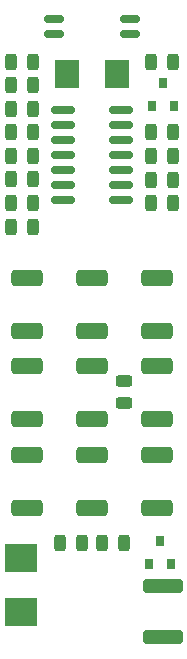
<source format=gbr>
%TF.GenerationSoftware,KiCad,Pcbnew,(6.0.1-0)*%
%TF.CreationDate,2022-02-25T00:16:28-05:00*%
%TF.ProjectId,aquabotsBMSModule,61717561-626f-4747-9342-4d534d6f6475,rev?*%
%TF.SameCoordinates,Original*%
%TF.FileFunction,Paste,Top*%
%TF.FilePolarity,Positive*%
%FSLAX46Y46*%
G04 Gerber Fmt 4.6, Leading zero omitted, Abs format (unit mm)*
G04 Created by KiCad (PCBNEW (6.0.1-0)) date 2022-02-25 00:16:28*
%MOMM*%
%LPD*%
G01*
G04 APERTURE LIST*
G04 Aperture macros list*
%AMRoundRect*
0 Rectangle with rounded corners*
0 $1 Rounding radius*
0 $2 $3 $4 $5 $6 $7 $8 $9 X,Y pos of 4 corners*
0 Add a 4 corners polygon primitive as box body*
4,1,4,$2,$3,$4,$5,$6,$7,$8,$9,$2,$3,0*
0 Add four circle primitives for the rounded corners*
1,1,$1+$1,$2,$3*
1,1,$1+$1,$4,$5*
1,1,$1+$1,$6,$7*
1,1,$1+$1,$8,$9*
0 Add four rect primitives between the rounded corners*
20,1,$1+$1,$2,$3,$4,$5,0*
20,1,$1+$1,$4,$5,$6,$7,0*
20,1,$1+$1,$6,$7,$8,$9,0*
20,1,$1+$1,$8,$9,$2,$3,0*%
G04 Aperture macros list end*
%ADD10R,2.000000X2.400000*%
%ADD11R,2.800000X2.400000*%
%ADD12RoundRect,0.150000X-0.825000X-0.150000X0.825000X-0.150000X0.825000X0.150000X-0.825000X0.150000X0*%
%ADD13RoundRect,0.243750X-0.243750X-0.456250X0.243750X-0.456250X0.243750X0.456250X-0.243750X0.456250X0*%
%ADD14RoundRect,0.243750X0.243750X0.456250X-0.243750X0.456250X-0.243750X-0.456250X0.243750X-0.456250X0*%
%ADD15RoundRect,0.250000X-1.450000X0.312500X-1.450000X-0.312500X1.450000X-0.312500X1.450000X0.312500X0*%
%ADD16R,0.800000X0.900000*%
%ADD17RoundRect,0.250000X-1.075000X0.425000X-1.075000X-0.425000X1.075000X-0.425000X1.075000X0.425000X0*%
%ADD18RoundRect,0.243750X0.456250X-0.243750X0.456250X0.243750X-0.456250X0.243750X-0.456250X-0.243750X0*%
%ADD19RoundRect,0.150000X-0.662500X-0.150000X0.662500X-0.150000X0.662500X0.150000X-0.662500X0.150000X0*%
G04 APERTURE END LIST*
D10*
%TO.C,Y1*%
X132100000Y-57250000D03*
X127900000Y-57250000D03*
%TD*%
D11*
%TO.C,D2*%
X124000000Y-98200000D03*
X124000000Y-102800000D03*
%TD*%
D12*
%TO.C,ATTINY841*%
X127525000Y-60290000D03*
X127525000Y-61560000D03*
X127525000Y-62830000D03*
X127525000Y-64100000D03*
X127525000Y-65370000D03*
X127525000Y-66640000D03*
X127525000Y-67910000D03*
X132475000Y-67910000D03*
X132475000Y-66640000D03*
X132475000Y-65370000D03*
X132475000Y-64100000D03*
X132475000Y-62830000D03*
X132475000Y-61560000D03*
X132475000Y-60290000D03*
%TD*%
D13*
%TO.C,C2*%
X123125000Y-66167855D03*
X125000000Y-66167855D03*
%TD*%
D14*
%TO.C,C5*%
X125000000Y-60187142D03*
X123125000Y-60187142D03*
%TD*%
D15*
%TO.C,F1*%
X136000000Y-100612500D03*
X136000000Y-104887500D03*
%TD*%
D16*
%TO.C,Q1*%
X134800000Y-98750000D03*
X136700000Y-98750000D03*
X135750000Y-96750000D03*
%TD*%
D13*
%TO.C,R3*%
X135000000Y-64200000D03*
X136875000Y-64200000D03*
%TD*%
%TO.C,R4*%
X135000000Y-66200000D03*
X136875000Y-66200000D03*
%TD*%
%TO.C,R5*%
X123125000Y-56200000D03*
X125000000Y-56200000D03*
%TD*%
D17*
%TO.C,R8*%
X135500000Y-82000000D03*
X135500000Y-86500000D03*
%TD*%
%TO.C,R12*%
X135500000Y-89500000D03*
X135500000Y-94000000D03*
%TD*%
D13*
%TO.C,R16*%
X123125000Y-58200000D03*
X125000000Y-58200000D03*
%TD*%
D14*
%TO.C,R18*%
X125000000Y-68161426D03*
X123125000Y-68161426D03*
%TD*%
D18*
%TO.C,R19*%
X132750000Y-85125000D03*
X132750000Y-83250000D03*
%TD*%
D13*
%TO.C,R20*%
X135000000Y-68161426D03*
X136875000Y-68161426D03*
%TD*%
D17*
%TO.C,R25*%
X130000000Y-82000000D03*
X130000000Y-86500000D03*
%TD*%
%TO.C,R26*%
X124500000Y-82000000D03*
X124500000Y-86500000D03*
%TD*%
%TO.C,R29*%
X130000000Y-89500000D03*
X130000000Y-94000000D03*
%TD*%
%TO.C,R30*%
X124500000Y-89500000D03*
X124500000Y-94000000D03*
%TD*%
D13*
%TO.C,D4*%
X123125000Y-70200000D03*
X125000000Y-70200000D03*
%TD*%
D17*
%TO.C,R24*%
X124500000Y-74500000D03*
X124500000Y-79000000D03*
%TD*%
%TO.C,R6*%
X135500000Y-74500000D03*
X135500000Y-79000000D03*
%TD*%
%TO.C,R22*%
X130000000Y-74500000D03*
X130000000Y-79000000D03*
%TD*%
D13*
%TO.C,C4*%
X135000000Y-56200000D03*
X136875000Y-56200000D03*
%TD*%
%TO.C,C1*%
X123125000Y-64174284D03*
X125000000Y-64174284D03*
%TD*%
D19*
%TO.C,U1*%
X126812500Y-52615000D03*
X126812500Y-53885000D03*
X133187500Y-53885000D03*
X133187500Y-52615000D03*
%TD*%
D13*
%TO.C,R1*%
X123125000Y-62180713D03*
X125000000Y-62180713D03*
%TD*%
%TO.C,R2*%
X135000000Y-62170000D03*
X136875000Y-62170000D03*
%TD*%
D16*
%TO.C,D1*%
X135057500Y-60000000D03*
X136957500Y-60000000D03*
X136007500Y-58000000D03*
%TD*%
D13*
%TO.C,R14*%
X130832500Y-97000000D03*
X132707500Y-97000000D03*
%TD*%
D14*
%TO.C,R15*%
X129167500Y-97000000D03*
X127292500Y-97000000D03*
%TD*%
M02*

</source>
